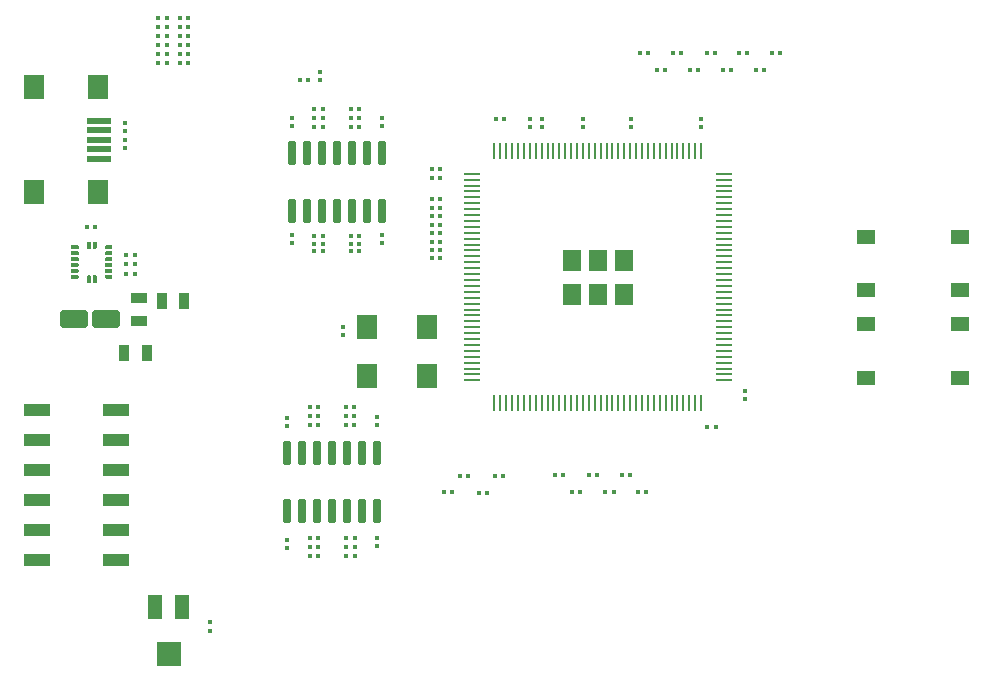
<source format=gbr>
%TF.GenerationSoftware,KiCad,Pcbnew,8.0.1*%
%TF.CreationDate,2024-05-02T11:18:55+05:30*%
%TF.ProjectId,MAX10eval,4d415831-3065-4766-916c-2e6b69636164,rev?*%
%TF.SameCoordinates,Original*%
%TF.FileFunction,Paste,Top*%
%TF.FilePolarity,Positive*%
%FSLAX46Y46*%
G04 Gerber Fmt 4.6, Leading zero omitted, Abs format (unit mm)*
G04 Created by KiCad (PCBNEW 8.0.1) date 2024-05-02 11:18:55*
%MOMM*%
%LPD*%
G01*
G04 APERTURE LIST*
G04 Aperture macros list*
%AMRoundRect*
0 Rectangle with rounded corners*
0 $1 Rounding radius*
0 $2 $3 $4 $5 $6 $7 $8 $9 X,Y pos of 4 corners*
0 Add a 4 corners polygon primitive as box body*
4,1,4,$2,$3,$4,$5,$6,$7,$8,$9,$2,$3,0*
0 Add four circle primitives for the rounded corners*
1,1,$1+$1,$2,$3*
1,1,$1+$1,$4,$5*
1,1,$1+$1,$6,$7*
1,1,$1+$1,$8,$9*
0 Add four rect primitives between the rounded corners*
20,1,$1+$1,$2,$3,$4,$5,0*
20,1,$1+$1,$4,$5,$6,$7,0*
20,1,$1+$1,$6,$7,$8,$9,0*
20,1,$1+$1,$8,$9,$2,$3,0*%
G04 Aperture macros list end*
%ADD10C,0.010000*%
%ADD11C,0.000100*%
%ADD12RoundRect,0.079500X0.079500X0.100500X-0.079500X0.100500X-0.079500X-0.100500X0.079500X-0.100500X0*%
%ADD13RoundRect,0.079500X-0.079500X-0.100500X0.079500X-0.100500X0.079500X0.100500X-0.079500X0.100500X0*%
%ADD14R,1.549400X1.295400*%
%ADD15RoundRect,0.079500X-0.100500X0.079500X-0.100500X-0.079500X0.100500X-0.079500X0.100500X0.079500X0*%
%ADD16RoundRect,0.079500X0.100500X-0.079500X0.100500X0.079500X-0.100500X0.079500X-0.100500X-0.079500X0*%
%ADD17RoundRect,0.090000X-0.210000X0.895000X-0.210000X-0.895000X0.210000X-0.895000X0.210000X0.895000X0*%
%ADD18R,1.800000X2.000000*%
%ADD19R,1.470000X0.280000*%
%ADD20R,0.280000X1.470000*%
%ADD21R,2.160000X1.120000*%
%ADD22RoundRect,0.250001X0.924999X0.499999X-0.924999X0.499999X-0.924999X-0.499999X0.924999X-0.499999X0*%
%ADD23R,0.920000X1.380000*%
%ADD24R,1.300000X2.000000*%
%ADD25R,2.000000X2.000000*%
%ADD26R,2.000000X0.500000*%
%ADD27R,1.700000X2.000000*%
%ADD28R,1.380000X0.920000*%
G04 APERTURE END LIST*
D10*
%TO.C,U2*%
X155758000Y-89905000D02*
X154298000Y-89905000D01*
X154298000Y-88205000D01*
X155758000Y-88205000D01*
X155758000Y-89905000D01*
G36*
X155758000Y-89905000D02*
G01*
X154298000Y-89905000D01*
X154298000Y-88205000D01*
X155758000Y-88205000D01*
X155758000Y-89905000D01*
G37*
X155758000Y-92715000D02*
X154298000Y-92715000D01*
X154298000Y-91015000D01*
X155758000Y-91015000D01*
X155758000Y-92715000D01*
G36*
X155758000Y-92715000D02*
G01*
X154298000Y-92715000D01*
X154298000Y-91015000D01*
X155758000Y-91015000D01*
X155758000Y-92715000D01*
G37*
X157958000Y-89905000D02*
X156498000Y-89905000D01*
X156498000Y-88205000D01*
X157958000Y-88205000D01*
X157958000Y-89905000D01*
G36*
X157958000Y-89905000D02*
G01*
X156498000Y-89905000D01*
X156498000Y-88205000D01*
X157958000Y-88205000D01*
X157958000Y-89905000D01*
G37*
X157958000Y-92715000D02*
X156498000Y-92715000D01*
X156498000Y-91015000D01*
X157958000Y-91015000D01*
X157958000Y-92715000D01*
G36*
X157958000Y-92715000D02*
G01*
X156498000Y-92715000D01*
X156498000Y-91015000D01*
X157958000Y-91015000D01*
X157958000Y-92715000D01*
G37*
X160158000Y-89905000D02*
X158698000Y-89905000D01*
X158698000Y-88205000D01*
X160158000Y-88205000D01*
X160158000Y-89905000D01*
G36*
X160158000Y-89905000D02*
G01*
X158698000Y-89905000D01*
X158698000Y-88205000D01*
X160158000Y-88205000D01*
X160158000Y-89905000D01*
G37*
X160158000Y-92715000D02*
X158698000Y-92715000D01*
X158698000Y-91015000D01*
X160158000Y-91015000D01*
X160158000Y-92715000D01*
G36*
X160158000Y-92715000D02*
G01*
X158698000Y-92715000D01*
X158698000Y-91015000D01*
X160158000Y-91015000D01*
X160158000Y-92715000D01*
G37*
D11*
%TO.C,U1*%
X113098500Y-87780000D02*
X113105500Y-87781000D01*
X113111500Y-87782000D01*
X113117500Y-87783000D01*
X113124500Y-87785000D01*
X113130500Y-87787000D01*
X113136500Y-87790000D01*
X113142500Y-87793000D01*
X113148500Y-87796000D01*
X113153500Y-87799000D01*
X113158500Y-87803000D01*
X113164500Y-87807000D01*
X113169500Y-87811000D01*
X113173500Y-87816000D01*
X113178500Y-87820000D01*
X113182500Y-87825000D01*
X113186500Y-87831000D01*
X113190500Y-87836000D01*
X113193500Y-87841000D01*
X113196500Y-87847000D01*
X113199500Y-87853000D01*
X113202500Y-87859000D01*
X113204500Y-87865000D01*
X113206500Y-87872000D01*
X113207500Y-87878000D01*
X113208500Y-87884000D01*
X113209500Y-87891000D01*
X113210500Y-87897000D01*
X113210500Y-87904000D01*
X113210500Y-87911000D01*
X113209500Y-87917000D01*
X113208500Y-87924000D01*
X113207500Y-87930000D01*
X113206500Y-87936000D01*
X113204500Y-87943000D01*
X113202500Y-87949000D01*
X113199500Y-87955000D01*
X113196500Y-87961000D01*
X113193500Y-87966000D01*
X113190500Y-87972000D01*
X113186500Y-87977000D01*
X113182500Y-87983000D01*
X113178500Y-87988000D01*
X113173500Y-87992000D01*
X113169500Y-87997000D01*
X113164500Y-88001000D01*
X113158500Y-88005000D01*
X113153500Y-88009000D01*
X113148500Y-88012000D01*
X113142500Y-88015000D01*
X113136500Y-88018000D01*
X113130500Y-88021000D01*
X113124500Y-88023000D01*
X113117500Y-88025000D01*
X113111500Y-88026000D01*
X113105500Y-88027000D01*
X113098500Y-88028000D01*
X113092500Y-88029000D01*
X113085500Y-88029000D01*
X112660500Y-88029000D01*
X112660500Y-87779000D01*
X113085500Y-87779000D01*
X113092500Y-87779000D01*
X113098500Y-87780000D01*
G36*
X113098500Y-87780000D02*
G01*
X113105500Y-87781000D01*
X113111500Y-87782000D01*
X113117500Y-87783000D01*
X113124500Y-87785000D01*
X113130500Y-87787000D01*
X113136500Y-87790000D01*
X113142500Y-87793000D01*
X113148500Y-87796000D01*
X113153500Y-87799000D01*
X113158500Y-87803000D01*
X113164500Y-87807000D01*
X113169500Y-87811000D01*
X113173500Y-87816000D01*
X113178500Y-87820000D01*
X113182500Y-87825000D01*
X113186500Y-87831000D01*
X113190500Y-87836000D01*
X113193500Y-87841000D01*
X113196500Y-87847000D01*
X113199500Y-87853000D01*
X113202500Y-87859000D01*
X113204500Y-87865000D01*
X113206500Y-87872000D01*
X113207500Y-87878000D01*
X113208500Y-87884000D01*
X113209500Y-87891000D01*
X113210500Y-87897000D01*
X113210500Y-87904000D01*
X113210500Y-87911000D01*
X113209500Y-87917000D01*
X113208500Y-87924000D01*
X113207500Y-87930000D01*
X113206500Y-87936000D01*
X113204500Y-87943000D01*
X113202500Y-87949000D01*
X113199500Y-87955000D01*
X113196500Y-87961000D01*
X113193500Y-87966000D01*
X113190500Y-87972000D01*
X113186500Y-87977000D01*
X113182500Y-87983000D01*
X113178500Y-87988000D01*
X113173500Y-87992000D01*
X113169500Y-87997000D01*
X113164500Y-88001000D01*
X113158500Y-88005000D01*
X113153500Y-88009000D01*
X113148500Y-88012000D01*
X113142500Y-88015000D01*
X113136500Y-88018000D01*
X113130500Y-88021000D01*
X113124500Y-88023000D01*
X113117500Y-88025000D01*
X113111500Y-88026000D01*
X113105500Y-88027000D01*
X113098500Y-88028000D01*
X113092500Y-88029000D01*
X113085500Y-88029000D01*
X112660500Y-88029000D01*
X112660500Y-87779000D01*
X113085500Y-87779000D01*
X113092500Y-87779000D01*
X113098500Y-87780000D01*
G37*
X113098500Y-88280000D02*
X113105500Y-88281000D01*
X113111500Y-88282000D01*
X113117500Y-88283000D01*
X113124500Y-88285000D01*
X113130500Y-88287000D01*
X113136500Y-88290000D01*
X113142500Y-88293000D01*
X113148500Y-88296000D01*
X113153500Y-88299000D01*
X113158500Y-88303000D01*
X113164500Y-88307000D01*
X113169500Y-88311000D01*
X113173500Y-88316000D01*
X113178500Y-88320000D01*
X113182500Y-88325000D01*
X113186500Y-88331000D01*
X113190500Y-88336000D01*
X113193500Y-88341000D01*
X113196500Y-88347000D01*
X113199500Y-88353000D01*
X113202500Y-88359000D01*
X113204500Y-88365000D01*
X113206500Y-88372000D01*
X113207500Y-88378000D01*
X113208500Y-88384000D01*
X113209500Y-88391000D01*
X113210500Y-88397000D01*
X113210500Y-88404000D01*
X113210500Y-88411000D01*
X113209500Y-88417000D01*
X113208500Y-88424000D01*
X113207500Y-88430000D01*
X113206500Y-88436000D01*
X113204500Y-88443000D01*
X113202500Y-88449000D01*
X113199500Y-88455000D01*
X113196500Y-88461000D01*
X113193500Y-88466000D01*
X113190500Y-88472000D01*
X113186500Y-88477000D01*
X113182500Y-88483000D01*
X113178500Y-88488000D01*
X113173500Y-88492000D01*
X113169500Y-88497000D01*
X113164500Y-88501000D01*
X113158500Y-88505000D01*
X113153500Y-88509000D01*
X113148500Y-88512000D01*
X113142500Y-88515000D01*
X113136500Y-88518000D01*
X113130500Y-88521000D01*
X113124500Y-88523000D01*
X113117500Y-88525000D01*
X113111500Y-88526000D01*
X113105500Y-88527000D01*
X113098500Y-88528000D01*
X113092500Y-88529000D01*
X113085500Y-88529000D01*
X112660500Y-88529000D01*
X112660500Y-88279000D01*
X113085500Y-88279000D01*
X113092500Y-88279000D01*
X113098500Y-88280000D01*
G36*
X113098500Y-88280000D02*
G01*
X113105500Y-88281000D01*
X113111500Y-88282000D01*
X113117500Y-88283000D01*
X113124500Y-88285000D01*
X113130500Y-88287000D01*
X113136500Y-88290000D01*
X113142500Y-88293000D01*
X113148500Y-88296000D01*
X113153500Y-88299000D01*
X113158500Y-88303000D01*
X113164500Y-88307000D01*
X113169500Y-88311000D01*
X113173500Y-88316000D01*
X113178500Y-88320000D01*
X113182500Y-88325000D01*
X113186500Y-88331000D01*
X113190500Y-88336000D01*
X113193500Y-88341000D01*
X113196500Y-88347000D01*
X113199500Y-88353000D01*
X113202500Y-88359000D01*
X113204500Y-88365000D01*
X113206500Y-88372000D01*
X113207500Y-88378000D01*
X113208500Y-88384000D01*
X113209500Y-88391000D01*
X113210500Y-88397000D01*
X113210500Y-88404000D01*
X113210500Y-88411000D01*
X113209500Y-88417000D01*
X113208500Y-88424000D01*
X113207500Y-88430000D01*
X113206500Y-88436000D01*
X113204500Y-88443000D01*
X113202500Y-88449000D01*
X113199500Y-88455000D01*
X113196500Y-88461000D01*
X113193500Y-88466000D01*
X113190500Y-88472000D01*
X113186500Y-88477000D01*
X113182500Y-88483000D01*
X113178500Y-88488000D01*
X113173500Y-88492000D01*
X113169500Y-88497000D01*
X113164500Y-88501000D01*
X113158500Y-88505000D01*
X113153500Y-88509000D01*
X113148500Y-88512000D01*
X113142500Y-88515000D01*
X113136500Y-88518000D01*
X113130500Y-88521000D01*
X113124500Y-88523000D01*
X113117500Y-88525000D01*
X113111500Y-88526000D01*
X113105500Y-88527000D01*
X113098500Y-88528000D01*
X113092500Y-88529000D01*
X113085500Y-88529000D01*
X112660500Y-88529000D01*
X112660500Y-88279000D01*
X113085500Y-88279000D01*
X113092500Y-88279000D01*
X113098500Y-88280000D01*
G37*
X113098500Y-88780000D02*
X113105500Y-88781000D01*
X113111500Y-88782000D01*
X113117500Y-88783000D01*
X113124500Y-88785000D01*
X113130500Y-88787000D01*
X113136500Y-88790000D01*
X113142500Y-88793000D01*
X113148500Y-88796000D01*
X113153500Y-88799000D01*
X113158500Y-88803000D01*
X113164500Y-88807000D01*
X113169500Y-88811000D01*
X113173500Y-88816000D01*
X113178500Y-88820000D01*
X113182500Y-88825000D01*
X113186500Y-88831000D01*
X113190500Y-88836000D01*
X113193500Y-88841000D01*
X113196500Y-88847000D01*
X113199500Y-88853000D01*
X113202500Y-88859000D01*
X113204500Y-88865000D01*
X113206500Y-88872000D01*
X113207500Y-88878000D01*
X113208500Y-88884000D01*
X113209500Y-88891000D01*
X113210500Y-88897000D01*
X113210500Y-88904000D01*
X113210500Y-88911000D01*
X113209500Y-88917000D01*
X113208500Y-88924000D01*
X113207500Y-88930000D01*
X113206500Y-88936000D01*
X113204500Y-88943000D01*
X113202500Y-88949000D01*
X113199500Y-88955000D01*
X113196500Y-88961000D01*
X113193500Y-88966000D01*
X113190500Y-88972000D01*
X113186500Y-88977000D01*
X113182500Y-88983000D01*
X113178500Y-88988000D01*
X113173500Y-88992000D01*
X113169500Y-88997000D01*
X113164500Y-89001000D01*
X113158500Y-89005000D01*
X113153500Y-89009000D01*
X113148500Y-89012000D01*
X113142500Y-89015000D01*
X113136500Y-89018000D01*
X113130500Y-89021000D01*
X113124500Y-89023000D01*
X113117500Y-89025000D01*
X113111500Y-89026000D01*
X113105500Y-89027000D01*
X113098500Y-89028000D01*
X113092500Y-89029000D01*
X113085500Y-89029000D01*
X112660500Y-89029000D01*
X112660500Y-88779000D01*
X113085500Y-88779000D01*
X113092500Y-88779000D01*
X113098500Y-88780000D01*
G36*
X113098500Y-88780000D02*
G01*
X113105500Y-88781000D01*
X113111500Y-88782000D01*
X113117500Y-88783000D01*
X113124500Y-88785000D01*
X113130500Y-88787000D01*
X113136500Y-88790000D01*
X113142500Y-88793000D01*
X113148500Y-88796000D01*
X113153500Y-88799000D01*
X113158500Y-88803000D01*
X113164500Y-88807000D01*
X113169500Y-88811000D01*
X113173500Y-88816000D01*
X113178500Y-88820000D01*
X113182500Y-88825000D01*
X113186500Y-88831000D01*
X113190500Y-88836000D01*
X113193500Y-88841000D01*
X113196500Y-88847000D01*
X113199500Y-88853000D01*
X113202500Y-88859000D01*
X113204500Y-88865000D01*
X113206500Y-88872000D01*
X113207500Y-88878000D01*
X113208500Y-88884000D01*
X113209500Y-88891000D01*
X113210500Y-88897000D01*
X113210500Y-88904000D01*
X113210500Y-88911000D01*
X113209500Y-88917000D01*
X113208500Y-88924000D01*
X113207500Y-88930000D01*
X113206500Y-88936000D01*
X113204500Y-88943000D01*
X113202500Y-88949000D01*
X113199500Y-88955000D01*
X113196500Y-88961000D01*
X113193500Y-88966000D01*
X113190500Y-88972000D01*
X113186500Y-88977000D01*
X113182500Y-88983000D01*
X113178500Y-88988000D01*
X113173500Y-88992000D01*
X113169500Y-88997000D01*
X113164500Y-89001000D01*
X113158500Y-89005000D01*
X113153500Y-89009000D01*
X113148500Y-89012000D01*
X113142500Y-89015000D01*
X113136500Y-89018000D01*
X113130500Y-89021000D01*
X113124500Y-89023000D01*
X113117500Y-89025000D01*
X113111500Y-89026000D01*
X113105500Y-89027000D01*
X113098500Y-89028000D01*
X113092500Y-89029000D01*
X113085500Y-89029000D01*
X112660500Y-89029000D01*
X112660500Y-88779000D01*
X113085500Y-88779000D01*
X113092500Y-88779000D01*
X113098500Y-88780000D01*
G37*
X113098500Y-89280000D02*
X113105500Y-89281000D01*
X113111500Y-89282000D01*
X113117500Y-89283000D01*
X113124500Y-89285000D01*
X113130500Y-89287000D01*
X113136500Y-89290000D01*
X113142500Y-89293000D01*
X113148500Y-89296000D01*
X113153500Y-89299000D01*
X113158500Y-89303000D01*
X113164500Y-89307000D01*
X113169500Y-89311000D01*
X113173500Y-89316000D01*
X113178500Y-89320000D01*
X113182500Y-89325000D01*
X113186500Y-89331000D01*
X113190500Y-89336000D01*
X113193500Y-89342000D01*
X113196500Y-89347000D01*
X113199500Y-89353000D01*
X113202500Y-89359000D01*
X113204500Y-89365000D01*
X113206500Y-89372000D01*
X113207500Y-89378000D01*
X113208500Y-89384000D01*
X113209500Y-89391000D01*
X113210500Y-89397000D01*
X113210500Y-89404000D01*
X113210500Y-89411000D01*
X113209500Y-89417000D01*
X113208500Y-89424000D01*
X113207500Y-89430000D01*
X113206500Y-89436000D01*
X113204500Y-89443000D01*
X113202500Y-89449000D01*
X113199500Y-89455000D01*
X113196500Y-89461000D01*
X113193500Y-89467000D01*
X113190500Y-89472000D01*
X113186500Y-89477000D01*
X113182500Y-89483000D01*
X113178500Y-89488000D01*
X113173500Y-89492000D01*
X113169500Y-89497000D01*
X113164500Y-89501000D01*
X113158500Y-89505000D01*
X113153500Y-89509000D01*
X113148500Y-89512000D01*
X113142500Y-89515000D01*
X113136500Y-89518000D01*
X113130500Y-89521000D01*
X113124500Y-89523000D01*
X113117500Y-89525000D01*
X113111500Y-89526000D01*
X113105500Y-89527000D01*
X113098500Y-89528000D01*
X113092500Y-89529000D01*
X113085500Y-89529000D01*
X112660500Y-89529000D01*
X112660500Y-89279000D01*
X113085500Y-89279000D01*
X113092500Y-89279000D01*
X113098500Y-89280000D01*
G36*
X113098500Y-89280000D02*
G01*
X113105500Y-89281000D01*
X113111500Y-89282000D01*
X113117500Y-89283000D01*
X113124500Y-89285000D01*
X113130500Y-89287000D01*
X113136500Y-89290000D01*
X113142500Y-89293000D01*
X113148500Y-89296000D01*
X113153500Y-89299000D01*
X113158500Y-89303000D01*
X113164500Y-89307000D01*
X113169500Y-89311000D01*
X113173500Y-89316000D01*
X113178500Y-89320000D01*
X113182500Y-89325000D01*
X113186500Y-89331000D01*
X113190500Y-89336000D01*
X113193500Y-89342000D01*
X113196500Y-89347000D01*
X113199500Y-89353000D01*
X113202500Y-89359000D01*
X113204500Y-89365000D01*
X113206500Y-89372000D01*
X113207500Y-89378000D01*
X113208500Y-89384000D01*
X113209500Y-89391000D01*
X113210500Y-89397000D01*
X113210500Y-89404000D01*
X113210500Y-89411000D01*
X113209500Y-89417000D01*
X113208500Y-89424000D01*
X113207500Y-89430000D01*
X113206500Y-89436000D01*
X113204500Y-89443000D01*
X113202500Y-89449000D01*
X113199500Y-89455000D01*
X113196500Y-89461000D01*
X113193500Y-89467000D01*
X113190500Y-89472000D01*
X113186500Y-89477000D01*
X113182500Y-89483000D01*
X113178500Y-89488000D01*
X113173500Y-89492000D01*
X113169500Y-89497000D01*
X113164500Y-89501000D01*
X113158500Y-89505000D01*
X113153500Y-89509000D01*
X113148500Y-89512000D01*
X113142500Y-89515000D01*
X113136500Y-89518000D01*
X113130500Y-89521000D01*
X113124500Y-89523000D01*
X113117500Y-89525000D01*
X113111500Y-89526000D01*
X113105500Y-89527000D01*
X113098500Y-89528000D01*
X113092500Y-89529000D01*
X113085500Y-89529000D01*
X112660500Y-89529000D01*
X112660500Y-89279000D01*
X113085500Y-89279000D01*
X113092500Y-89279000D01*
X113098500Y-89280000D01*
G37*
X113098500Y-89780000D02*
X113105500Y-89781000D01*
X113111500Y-89782000D01*
X113117500Y-89783000D01*
X113124500Y-89785000D01*
X113130500Y-89787000D01*
X113136500Y-89790000D01*
X113142500Y-89793000D01*
X113148500Y-89796000D01*
X113153500Y-89799000D01*
X113158500Y-89803000D01*
X113164500Y-89807000D01*
X113169500Y-89811000D01*
X113173500Y-89816000D01*
X113178500Y-89820000D01*
X113182500Y-89825000D01*
X113186500Y-89831000D01*
X113190500Y-89836000D01*
X113193500Y-89842000D01*
X113196500Y-89847000D01*
X113199500Y-89853000D01*
X113202500Y-89859000D01*
X113204500Y-89865000D01*
X113206500Y-89872000D01*
X113207500Y-89878000D01*
X113208500Y-89884000D01*
X113209500Y-89891000D01*
X113210500Y-89897000D01*
X113210500Y-89904000D01*
X113210500Y-89911000D01*
X113209500Y-89917000D01*
X113208500Y-89924000D01*
X113207500Y-89930000D01*
X113206500Y-89936000D01*
X113204500Y-89943000D01*
X113202500Y-89949000D01*
X113199500Y-89955000D01*
X113196500Y-89961000D01*
X113193500Y-89967000D01*
X113190500Y-89972000D01*
X113186500Y-89977000D01*
X113182500Y-89983000D01*
X113178500Y-89988000D01*
X113173500Y-89992000D01*
X113169500Y-89997000D01*
X113164500Y-90001000D01*
X113158500Y-90005000D01*
X113153500Y-90009000D01*
X113148500Y-90012000D01*
X113142500Y-90015000D01*
X113136500Y-90018000D01*
X113130500Y-90021000D01*
X113124500Y-90023000D01*
X113117500Y-90025000D01*
X113111500Y-90026000D01*
X113105500Y-90027000D01*
X113098500Y-90028000D01*
X113092500Y-90029000D01*
X113085500Y-90029000D01*
X112660500Y-90029000D01*
X112660500Y-89779000D01*
X113085500Y-89779000D01*
X113092500Y-89779000D01*
X113098500Y-89780000D01*
G36*
X113098500Y-89780000D02*
G01*
X113105500Y-89781000D01*
X113111500Y-89782000D01*
X113117500Y-89783000D01*
X113124500Y-89785000D01*
X113130500Y-89787000D01*
X113136500Y-89790000D01*
X113142500Y-89793000D01*
X113148500Y-89796000D01*
X113153500Y-89799000D01*
X113158500Y-89803000D01*
X113164500Y-89807000D01*
X113169500Y-89811000D01*
X113173500Y-89816000D01*
X113178500Y-89820000D01*
X113182500Y-89825000D01*
X113186500Y-89831000D01*
X113190500Y-89836000D01*
X113193500Y-89842000D01*
X113196500Y-89847000D01*
X113199500Y-89853000D01*
X113202500Y-89859000D01*
X113204500Y-89865000D01*
X113206500Y-89872000D01*
X113207500Y-89878000D01*
X113208500Y-89884000D01*
X113209500Y-89891000D01*
X113210500Y-89897000D01*
X113210500Y-89904000D01*
X113210500Y-89911000D01*
X113209500Y-89917000D01*
X113208500Y-89924000D01*
X113207500Y-89930000D01*
X113206500Y-89936000D01*
X113204500Y-89943000D01*
X113202500Y-89949000D01*
X113199500Y-89955000D01*
X113196500Y-89961000D01*
X113193500Y-89967000D01*
X113190500Y-89972000D01*
X113186500Y-89977000D01*
X113182500Y-89983000D01*
X113178500Y-89988000D01*
X113173500Y-89992000D01*
X113169500Y-89997000D01*
X113164500Y-90001000D01*
X113158500Y-90005000D01*
X113153500Y-90009000D01*
X113148500Y-90012000D01*
X113142500Y-90015000D01*
X113136500Y-90018000D01*
X113130500Y-90021000D01*
X113124500Y-90023000D01*
X113117500Y-90025000D01*
X113111500Y-90026000D01*
X113105500Y-90027000D01*
X113098500Y-90028000D01*
X113092500Y-90029000D01*
X113085500Y-90029000D01*
X112660500Y-90029000D01*
X112660500Y-89779000D01*
X113085500Y-89779000D01*
X113092500Y-89779000D01*
X113098500Y-89780000D01*
G37*
X113098500Y-90280000D02*
X113105500Y-90281000D01*
X113111500Y-90282000D01*
X113117500Y-90283000D01*
X113124500Y-90285000D01*
X113130500Y-90287000D01*
X113136500Y-90290000D01*
X113142500Y-90293000D01*
X113148500Y-90296000D01*
X113153500Y-90299000D01*
X113158500Y-90303000D01*
X113164500Y-90307000D01*
X113169500Y-90311000D01*
X113173500Y-90316000D01*
X113178500Y-90320000D01*
X113182500Y-90325000D01*
X113186500Y-90331000D01*
X113190500Y-90336000D01*
X113193500Y-90342000D01*
X113196500Y-90347000D01*
X113199500Y-90353000D01*
X113202500Y-90359000D01*
X113204500Y-90365000D01*
X113206500Y-90372000D01*
X113207500Y-90378000D01*
X113208500Y-90384000D01*
X113209500Y-90391000D01*
X113210500Y-90397000D01*
X113210500Y-90404000D01*
X113210500Y-90411000D01*
X113209500Y-90417000D01*
X113208500Y-90424000D01*
X113207500Y-90430000D01*
X113206500Y-90436000D01*
X113204500Y-90443000D01*
X113202500Y-90449000D01*
X113199500Y-90455000D01*
X113196500Y-90461000D01*
X113193500Y-90467000D01*
X113190500Y-90472000D01*
X113186500Y-90477000D01*
X113182500Y-90483000D01*
X113178500Y-90488000D01*
X113173500Y-90492000D01*
X113169500Y-90497000D01*
X113164500Y-90501000D01*
X113158500Y-90505000D01*
X113153500Y-90509000D01*
X113148500Y-90512000D01*
X113142500Y-90515000D01*
X113136500Y-90518000D01*
X113130500Y-90521000D01*
X113124500Y-90523000D01*
X113117500Y-90525000D01*
X113111500Y-90526000D01*
X113105500Y-90527000D01*
X113098500Y-90528000D01*
X113092500Y-90529000D01*
X113085500Y-90529000D01*
X112660500Y-90529000D01*
X112660500Y-90279000D01*
X113085500Y-90279000D01*
X113092500Y-90279000D01*
X113098500Y-90280000D01*
G36*
X113098500Y-90280000D02*
G01*
X113105500Y-90281000D01*
X113111500Y-90282000D01*
X113117500Y-90283000D01*
X113124500Y-90285000D01*
X113130500Y-90287000D01*
X113136500Y-90290000D01*
X113142500Y-90293000D01*
X113148500Y-90296000D01*
X113153500Y-90299000D01*
X113158500Y-90303000D01*
X113164500Y-90307000D01*
X113169500Y-90311000D01*
X113173500Y-90316000D01*
X113178500Y-90320000D01*
X113182500Y-90325000D01*
X113186500Y-90331000D01*
X113190500Y-90336000D01*
X113193500Y-90342000D01*
X113196500Y-90347000D01*
X113199500Y-90353000D01*
X113202500Y-90359000D01*
X113204500Y-90365000D01*
X113206500Y-90372000D01*
X113207500Y-90378000D01*
X113208500Y-90384000D01*
X113209500Y-90391000D01*
X113210500Y-90397000D01*
X113210500Y-90404000D01*
X113210500Y-90411000D01*
X113209500Y-90417000D01*
X113208500Y-90424000D01*
X113207500Y-90430000D01*
X113206500Y-90436000D01*
X113204500Y-90443000D01*
X113202500Y-90449000D01*
X113199500Y-90455000D01*
X113196500Y-90461000D01*
X113193500Y-90467000D01*
X113190500Y-90472000D01*
X113186500Y-90477000D01*
X113182500Y-90483000D01*
X113178500Y-90488000D01*
X113173500Y-90492000D01*
X113169500Y-90497000D01*
X113164500Y-90501000D01*
X113158500Y-90505000D01*
X113153500Y-90509000D01*
X113148500Y-90512000D01*
X113142500Y-90515000D01*
X113136500Y-90518000D01*
X113130500Y-90521000D01*
X113124500Y-90523000D01*
X113117500Y-90525000D01*
X113111500Y-90526000D01*
X113105500Y-90527000D01*
X113098500Y-90528000D01*
X113092500Y-90529000D01*
X113085500Y-90529000D01*
X112660500Y-90529000D01*
X112660500Y-90279000D01*
X113085500Y-90279000D01*
X113092500Y-90279000D01*
X113098500Y-90280000D01*
G37*
X114123500Y-90305000D02*
X114130500Y-90306000D01*
X114136500Y-90307000D01*
X114142500Y-90308000D01*
X114149500Y-90310000D01*
X114155500Y-90312000D01*
X114161500Y-90315000D01*
X114167500Y-90318000D01*
X114173500Y-90321000D01*
X114178500Y-90324000D01*
X114183500Y-90328000D01*
X114189500Y-90332000D01*
X114194500Y-90336000D01*
X114198500Y-90341000D01*
X114203500Y-90345000D01*
X114207500Y-90350000D01*
X114211500Y-90356000D01*
X114215500Y-90361000D01*
X114218500Y-90366000D01*
X114221500Y-90372000D01*
X114224500Y-90378000D01*
X114227500Y-90384000D01*
X114229500Y-90390000D01*
X114231500Y-90397000D01*
X114232500Y-90403000D01*
X114233500Y-90409000D01*
X114234500Y-90416000D01*
X114235500Y-90422000D01*
X114235500Y-90429000D01*
X114235500Y-90854000D01*
X113985500Y-90854000D01*
X113985500Y-90429000D01*
X113985500Y-90422000D01*
X113986500Y-90416000D01*
X113987500Y-90409000D01*
X113988500Y-90403000D01*
X113989500Y-90397000D01*
X113991500Y-90390000D01*
X113993500Y-90384000D01*
X113996500Y-90378000D01*
X113999500Y-90372000D01*
X114002500Y-90366000D01*
X114005500Y-90361000D01*
X114009500Y-90356000D01*
X114013500Y-90350000D01*
X114017500Y-90345000D01*
X114022500Y-90341000D01*
X114026500Y-90336000D01*
X114031500Y-90332000D01*
X114037500Y-90328000D01*
X114042500Y-90324000D01*
X114047500Y-90321000D01*
X114053500Y-90318000D01*
X114059500Y-90315000D01*
X114065500Y-90312000D01*
X114071500Y-90310000D01*
X114078500Y-90308000D01*
X114084500Y-90307000D01*
X114090500Y-90306000D01*
X114097500Y-90305000D01*
X114103500Y-90304000D01*
X114110500Y-90304000D01*
X114117500Y-90304000D01*
X114123500Y-90305000D01*
G36*
X114123500Y-90305000D02*
G01*
X114130500Y-90306000D01*
X114136500Y-90307000D01*
X114142500Y-90308000D01*
X114149500Y-90310000D01*
X114155500Y-90312000D01*
X114161500Y-90315000D01*
X114167500Y-90318000D01*
X114173500Y-90321000D01*
X114178500Y-90324000D01*
X114183500Y-90328000D01*
X114189500Y-90332000D01*
X114194500Y-90336000D01*
X114198500Y-90341000D01*
X114203500Y-90345000D01*
X114207500Y-90350000D01*
X114211500Y-90356000D01*
X114215500Y-90361000D01*
X114218500Y-90366000D01*
X114221500Y-90372000D01*
X114224500Y-90378000D01*
X114227500Y-90384000D01*
X114229500Y-90390000D01*
X114231500Y-90397000D01*
X114232500Y-90403000D01*
X114233500Y-90409000D01*
X114234500Y-90416000D01*
X114235500Y-90422000D01*
X114235500Y-90429000D01*
X114235500Y-90854000D01*
X113985500Y-90854000D01*
X113985500Y-90429000D01*
X113985500Y-90422000D01*
X113986500Y-90416000D01*
X113987500Y-90409000D01*
X113988500Y-90403000D01*
X113989500Y-90397000D01*
X113991500Y-90390000D01*
X113993500Y-90384000D01*
X113996500Y-90378000D01*
X113999500Y-90372000D01*
X114002500Y-90366000D01*
X114005500Y-90361000D01*
X114009500Y-90356000D01*
X114013500Y-90350000D01*
X114017500Y-90345000D01*
X114022500Y-90341000D01*
X114026500Y-90336000D01*
X114031500Y-90332000D01*
X114037500Y-90328000D01*
X114042500Y-90324000D01*
X114047500Y-90321000D01*
X114053500Y-90318000D01*
X114059500Y-90315000D01*
X114065500Y-90312000D01*
X114071500Y-90310000D01*
X114078500Y-90308000D01*
X114084500Y-90307000D01*
X114090500Y-90306000D01*
X114097500Y-90305000D01*
X114103500Y-90304000D01*
X114110500Y-90304000D01*
X114117500Y-90304000D01*
X114123500Y-90305000D01*
G37*
X114235500Y-87879000D02*
X114235500Y-87886000D01*
X114234500Y-87892000D01*
X114233500Y-87899000D01*
X114232500Y-87905000D01*
X114231500Y-87911000D01*
X114229500Y-87918000D01*
X114227500Y-87924000D01*
X114224500Y-87930000D01*
X114221500Y-87936000D01*
X114218500Y-87942000D01*
X114215500Y-87947000D01*
X114211500Y-87952000D01*
X114207500Y-87958000D01*
X114203500Y-87963000D01*
X114198500Y-87967000D01*
X114194500Y-87972000D01*
X114189500Y-87976000D01*
X114183500Y-87980000D01*
X114178500Y-87984000D01*
X114173500Y-87987000D01*
X114167500Y-87990000D01*
X114161500Y-87993000D01*
X114155500Y-87996000D01*
X114149500Y-87998000D01*
X114142500Y-88000000D01*
X114136500Y-88001000D01*
X114130500Y-88002000D01*
X114123500Y-88003000D01*
X114117500Y-88004000D01*
X114110500Y-88004000D01*
X114103500Y-88004000D01*
X114097500Y-88003000D01*
X114090500Y-88002000D01*
X114084500Y-88001000D01*
X114078500Y-88000000D01*
X114071500Y-87998000D01*
X114065500Y-87996000D01*
X114059500Y-87993000D01*
X114053500Y-87990000D01*
X114047500Y-87987000D01*
X114042500Y-87984000D01*
X114037500Y-87980000D01*
X114031500Y-87976000D01*
X114026500Y-87972000D01*
X114022500Y-87967000D01*
X114017500Y-87963000D01*
X114013500Y-87958000D01*
X114009500Y-87952000D01*
X114005500Y-87947000D01*
X114002500Y-87942000D01*
X113999500Y-87936000D01*
X113996500Y-87930000D01*
X113993500Y-87924000D01*
X113991500Y-87918000D01*
X113989500Y-87911000D01*
X113988500Y-87905000D01*
X113987500Y-87899000D01*
X113986500Y-87892000D01*
X113985500Y-87886000D01*
X113985500Y-87879000D01*
X113985500Y-87454000D01*
X114235500Y-87454000D01*
X114235500Y-87879000D01*
G36*
X114235500Y-87879000D02*
G01*
X114235500Y-87886000D01*
X114234500Y-87892000D01*
X114233500Y-87899000D01*
X114232500Y-87905000D01*
X114231500Y-87911000D01*
X114229500Y-87918000D01*
X114227500Y-87924000D01*
X114224500Y-87930000D01*
X114221500Y-87936000D01*
X114218500Y-87942000D01*
X114215500Y-87947000D01*
X114211500Y-87952000D01*
X114207500Y-87958000D01*
X114203500Y-87963000D01*
X114198500Y-87967000D01*
X114194500Y-87972000D01*
X114189500Y-87976000D01*
X114183500Y-87980000D01*
X114178500Y-87984000D01*
X114173500Y-87987000D01*
X114167500Y-87990000D01*
X114161500Y-87993000D01*
X114155500Y-87996000D01*
X114149500Y-87998000D01*
X114142500Y-88000000D01*
X114136500Y-88001000D01*
X114130500Y-88002000D01*
X114123500Y-88003000D01*
X114117500Y-88004000D01*
X114110500Y-88004000D01*
X114103500Y-88004000D01*
X114097500Y-88003000D01*
X114090500Y-88002000D01*
X114084500Y-88001000D01*
X114078500Y-88000000D01*
X114071500Y-87998000D01*
X114065500Y-87996000D01*
X114059500Y-87993000D01*
X114053500Y-87990000D01*
X114047500Y-87987000D01*
X114042500Y-87984000D01*
X114037500Y-87980000D01*
X114031500Y-87976000D01*
X114026500Y-87972000D01*
X114022500Y-87967000D01*
X114017500Y-87963000D01*
X114013500Y-87958000D01*
X114009500Y-87952000D01*
X114005500Y-87947000D01*
X114002500Y-87942000D01*
X113999500Y-87936000D01*
X113996500Y-87930000D01*
X113993500Y-87924000D01*
X113991500Y-87918000D01*
X113989500Y-87911000D01*
X113988500Y-87905000D01*
X113987500Y-87899000D01*
X113986500Y-87892000D01*
X113985500Y-87886000D01*
X113985500Y-87879000D01*
X113985500Y-87454000D01*
X114235500Y-87454000D01*
X114235500Y-87879000D01*
G37*
X114623500Y-90305000D02*
X114630500Y-90306000D01*
X114636500Y-90307000D01*
X114642500Y-90308000D01*
X114649500Y-90310000D01*
X114655500Y-90312000D01*
X114661500Y-90315000D01*
X114667500Y-90318000D01*
X114673500Y-90321000D01*
X114678500Y-90324000D01*
X114683500Y-90328000D01*
X114689500Y-90332000D01*
X114694500Y-90336000D01*
X114698500Y-90341000D01*
X114703500Y-90345000D01*
X114707500Y-90350000D01*
X114711500Y-90356000D01*
X114715500Y-90361000D01*
X114718500Y-90366000D01*
X114721500Y-90372000D01*
X114724500Y-90378000D01*
X114727500Y-90384000D01*
X114729500Y-90390000D01*
X114731500Y-90397000D01*
X114732500Y-90403000D01*
X114733500Y-90409000D01*
X114734500Y-90416000D01*
X114735500Y-90422000D01*
X114735500Y-90429000D01*
X114735500Y-90854000D01*
X114485500Y-90854000D01*
X114485500Y-90429000D01*
X114485500Y-90422000D01*
X114486500Y-90416000D01*
X114487500Y-90409000D01*
X114488500Y-90403000D01*
X114489500Y-90397000D01*
X114491500Y-90390000D01*
X114493500Y-90384000D01*
X114496500Y-90378000D01*
X114499500Y-90372000D01*
X114502500Y-90366000D01*
X114505500Y-90361000D01*
X114509500Y-90356000D01*
X114513500Y-90350000D01*
X114517500Y-90345000D01*
X114522500Y-90341000D01*
X114526500Y-90336000D01*
X114531500Y-90332000D01*
X114537500Y-90328000D01*
X114542500Y-90324000D01*
X114548500Y-90321000D01*
X114553500Y-90318000D01*
X114559500Y-90315000D01*
X114565500Y-90312000D01*
X114571500Y-90310000D01*
X114578500Y-90308000D01*
X114584500Y-90307000D01*
X114590500Y-90306000D01*
X114597500Y-90305000D01*
X114603500Y-90304000D01*
X114610500Y-90304000D01*
X114617500Y-90304000D01*
X114623500Y-90305000D01*
G36*
X114623500Y-90305000D02*
G01*
X114630500Y-90306000D01*
X114636500Y-90307000D01*
X114642500Y-90308000D01*
X114649500Y-90310000D01*
X114655500Y-90312000D01*
X114661500Y-90315000D01*
X114667500Y-90318000D01*
X114673500Y-90321000D01*
X114678500Y-90324000D01*
X114683500Y-90328000D01*
X114689500Y-90332000D01*
X114694500Y-90336000D01*
X114698500Y-90341000D01*
X114703500Y-90345000D01*
X114707500Y-90350000D01*
X114711500Y-90356000D01*
X114715500Y-90361000D01*
X114718500Y-90366000D01*
X114721500Y-90372000D01*
X114724500Y-90378000D01*
X114727500Y-90384000D01*
X114729500Y-90390000D01*
X114731500Y-90397000D01*
X114732500Y-90403000D01*
X114733500Y-90409000D01*
X114734500Y-90416000D01*
X114735500Y-90422000D01*
X114735500Y-90429000D01*
X114735500Y-90854000D01*
X114485500Y-90854000D01*
X114485500Y-90429000D01*
X114485500Y-90422000D01*
X114486500Y-90416000D01*
X114487500Y-90409000D01*
X114488500Y-90403000D01*
X114489500Y-90397000D01*
X114491500Y-90390000D01*
X114493500Y-90384000D01*
X114496500Y-90378000D01*
X114499500Y-90372000D01*
X114502500Y-90366000D01*
X114505500Y-90361000D01*
X114509500Y-90356000D01*
X114513500Y-90350000D01*
X114517500Y-90345000D01*
X114522500Y-90341000D01*
X114526500Y-90336000D01*
X114531500Y-90332000D01*
X114537500Y-90328000D01*
X114542500Y-90324000D01*
X114548500Y-90321000D01*
X114553500Y-90318000D01*
X114559500Y-90315000D01*
X114565500Y-90312000D01*
X114571500Y-90310000D01*
X114578500Y-90308000D01*
X114584500Y-90307000D01*
X114590500Y-90306000D01*
X114597500Y-90305000D01*
X114603500Y-90304000D01*
X114610500Y-90304000D01*
X114617500Y-90304000D01*
X114623500Y-90305000D01*
G37*
X114735500Y-87879000D02*
X114735500Y-87886000D01*
X114734500Y-87892000D01*
X114733500Y-87899000D01*
X114732500Y-87905000D01*
X114731500Y-87911000D01*
X114729500Y-87918000D01*
X114727500Y-87924000D01*
X114724500Y-87930000D01*
X114721500Y-87936000D01*
X114718500Y-87942000D01*
X114715500Y-87947000D01*
X114711500Y-87952000D01*
X114707500Y-87958000D01*
X114703500Y-87963000D01*
X114698500Y-87967000D01*
X114694500Y-87972000D01*
X114689500Y-87976000D01*
X114683500Y-87980000D01*
X114678500Y-87984000D01*
X114673500Y-87987000D01*
X114667500Y-87990000D01*
X114661500Y-87993000D01*
X114655500Y-87996000D01*
X114649500Y-87998000D01*
X114642500Y-88000000D01*
X114636500Y-88001000D01*
X114630500Y-88002000D01*
X114623500Y-88003000D01*
X114617500Y-88004000D01*
X114610500Y-88004000D01*
X114603500Y-88004000D01*
X114597500Y-88003000D01*
X114590500Y-88002000D01*
X114584500Y-88001000D01*
X114578500Y-88000000D01*
X114571500Y-87998000D01*
X114565500Y-87996000D01*
X114559500Y-87993000D01*
X114553500Y-87990000D01*
X114547500Y-87987000D01*
X114542500Y-87984000D01*
X114537500Y-87980000D01*
X114531500Y-87976000D01*
X114526500Y-87972000D01*
X114522500Y-87967000D01*
X114517500Y-87963000D01*
X114513500Y-87958000D01*
X114509500Y-87952000D01*
X114505500Y-87947000D01*
X114502500Y-87942000D01*
X114499500Y-87936000D01*
X114496500Y-87930000D01*
X114493500Y-87924000D01*
X114491500Y-87918000D01*
X114489500Y-87911000D01*
X114488500Y-87905000D01*
X114487500Y-87899000D01*
X114486500Y-87892000D01*
X114485500Y-87886000D01*
X114485500Y-87879000D01*
X114485500Y-87454000D01*
X114735500Y-87454000D01*
X114735500Y-87879000D01*
G36*
X114735500Y-87879000D02*
G01*
X114735500Y-87886000D01*
X114734500Y-87892000D01*
X114733500Y-87899000D01*
X114732500Y-87905000D01*
X114731500Y-87911000D01*
X114729500Y-87918000D01*
X114727500Y-87924000D01*
X114724500Y-87930000D01*
X114721500Y-87936000D01*
X114718500Y-87942000D01*
X114715500Y-87947000D01*
X114711500Y-87952000D01*
X114707500Y-87958000D01*
X114703500Y-87963000D01*
X114698500Y-87967000D01*
X114694500Y-87972000D01*
X114689500Y-87976000D01*
X114683500Y-87980000D01*
X114678500Y-87984000D01*
X114673500Y-87987000D01*
X114667500Y-87990000D01*
X114661500Y-87993000D01*
X114655500Y-87996000D01*
X114649500Y-87998000D01*
X114642500Y-88000000D01*
X114636500Y-88001000D01*
X114630500Y-88002000D01*
X114623500Y-88003000D01*
X114617500Y-88004000D01*
X114610500Y-88004000D01*
X114603500Y-88004000D01*
X114597500Y-88003000D01*
X114590500Y-88002000D01*
X114584500Y-88001000D01*
X114578500Y-88000000D01*
X114571500Y-87998000D01*
X114565500Y-87996000D01*
X114559500Y-87993000D01*
X114553500Y-87990000D01*
X114547500Y-87987000D01*
X114542500Y-87984000D01*
X114537500Y-87980000D01*
X114531500Y-87976000D01*
X114526500Y-87972000D01*
X114522500Y-87967000D01*
X114517500Y-87963000D01*
X114513500Y-87958000D01*
X114509500Y-87952000D01*
X114505500Y-87947000D01*
X114502500Y-87942000D01*
X114499500Y-87936000D01*
X114496500Y-87930000D01*
X114493500Y-87924000D01*
X114491500Y-87918000D01*
X114489500Y-87911000D01*
X114488500Y-87905000D01*
X114487500Y-87899000D01*
X114486500Y-87892000D01*
X114485500Y-87886000D01*
X114485500Y-87879000D01*
X114485500Y-87454000D01*
X114735500Y-87454000D01*
X114735500Y-87879000D01*
G37*
X116060500Y-88029000D02*
X115635500Y-88029000D01*
X115628500Y-88029000D01*
X115622500Y-88028000D01*
X115615500Y-88027000D01*
X115609500Y-88026000D01*
X115603500Y-88025000D01*
X115596500Y-88023000D01*
X115590500Y-88021000D01*
X115584500Y-88018000D01*
X115578500Y-88015000D01*
X115572500Y-88012000D01*
X115567500Y-88009000D01*
X115562500Y-88005000D01*
X115556500Y-88001000D01*
X115551500Y-87997000D01*
X115547500Y-87992000D01*
X115542500Y-87988000D01*
X115538500Y-87983000D01*
X115534500Y-87977000D01*
X115530500Y-87972000D01*
X115527500Y-87966000D01*
X115524500Y-87961000D01*
X115521500Y-87955000D01*
X115518500Y-87949000D01*
X115516500Y-87943000D01*
X115514500Y-87936000D01*
X115513500Y-87930000D01*
X115512500Y-87924000D01*
X115511500Y-87917000D01*
X115510500Y-87911000D01*
X115510500Y-87904000D01*
X115510500Y-87897000D01*
X115511500Y-87891000D01*
X115512500Y-87884000D01*
X115513500Y-87878000D01*
X115514500Y-87872000D01*
X115516500Y-87865000D01*
X115518500Y-87859000D01*
X115521500Y-87853000D01*
X115524500Y-87847000D01*
X115527500Y-87841000D01*
X115530500Y-87836000D01*
X115534500Y-87831000D01*
X115538500Y-87825000D01*
X115542500Y-87820000D01*
X115547500Y-87816000D01*
X115551500Y-87811000D01*
X115556500Y-87807000D01*
X115562500Y-87803000D01*
X115567500Y-87799000D01*
X115572500Y-87796000D01*
X115578500Y-87793000D01*
X115584500Y-87790000D01*
X115590500Y-87787000D01*
X115596500Y-87785000D01*
X115603500Y-87783000D01*
X115609500Y-87782000D01*
X115615500Y-87781000D01*
X115622500Y-87780000D01*
X115628500Y-87779000D01*
X115635500Y-87779000D01*
X116060500Y-87779000D01*
X116060500Y-88029000D01*
G36*
X116060500Y-88029000D02*
G01*
X115635500Y-88029000D01*
X115628500Y-88029000D01*
X115622500Y-88028000D01*
X115615500Y-88027000D01*
X115609500Y-88026000D01*
X115603500Y-88025000D01*
X115596500Y-88023000D01*
X115590500Y-88021000D01*
X115584500Y-88018000D01*
X115578500Y-88015000D01*
X115572500Y-88012000D01*
X115567500Y-88009000D01*
X115562500Y-88005000D01*
X115556500Y-88001000D01*
X115551500Y-87997000D01*
X115547500Y-87992000D01*
X115542500Y-87988000D01*
X115538500Y-87983000D01*
X115534500Y-87977000D01*
X115530500Y-87972000D01*
X115527500Y-87966000D01*
X115524500Y-87961000D01*
X115521500Y-87955000D01*
X115518500Y-87949000D01*
X115516500Y-87943000D01*
X115514500Y-87936000D01*
X115513500Y-87930000D01*
X115512500Y-87924000D01*
X115511500Y-87917000D01*
X115510500Y-87911000D01*
X115510500Y-87904000D01*
X115510500Y-87897000D01*
X115511500Y-87891000D01*
X115512500Y-87884000D01*
X115513500Y-87878000D01*
X115514500Y-87872000D01*
X115516500Y-87865000D01*
X115518500Y-87859000D01*
X115521500Y-87853000D01*
X115524500Y-87847000D01*
X115527500Y-87841000D01*
X115530500Y-87836000D01*
X115534500Y-87831000D01*
X115538500Y-87825000D01*
X115542500Y-87820000D01*
X115547500Y-87816000D01*
X115551500Y-87811000D01*
X115556500Y-87807000D01*
X115562500Y-87803000D01*
X115567500Y-87799000D01*
X115572500Y-87796000D01*
X115578500Y-87793000D01*
X115584500Y-87790000D01*
X115590500Y-87787000D01*
X115596500Y-87785000D01*
X115603500Y-87783000D01*
X115609500Y-87782000D01*
X115615500Y-87781000D01*
X115622500Y-87780000D01*
X115628500Y-87779000D01*
X115635500Y-87779000D01*
X116060500Y-87779000D01*
X116060500Y-88029000D01*
G37*
X116060500Y-88529000D02*
X115635500Y-88529000D01*
X115628500Y-88529000D01*
X115622500Y-88528000D01*
X115615500Y-88527000D01*
X115609500Y-88526000D01*
X115603500Y-88525000D01*
X115596500Y-88523000D01*
X115590500Y-88521000D01*
X115584500Y-88518000D01*
X115578500Y-88515000D01*
X115572500Y-88512000D01*
X115567500Y-88509000D01*
X115562500Y-88505000D01*
X115556500Y-88501000D01*
X115551500Y-88497000D01*
X115547500Y-88492000D01*
X115542500Y-88488000D01*
X115538500Y-88483000D01*
X115534500Y-88477000D01*
X115530500Y-88472000D01*
X115527500Y-88466000D01*
X115524500Y-88461000D01*
X115521500Y-88455000D01*
X115518500Y-88449000D01*
X115516500Y-88443000D01*
X115514500Y-88436000D01*
X115513500Y-88430000D01*
X115512500Y-88424000D01*
X115511500Y-88417000D01*
X115510500Y-88411000D01*
X115510500Y-88404000D01*
X115510500Y-88397000D01*
X115511500Y-88391000D01*
X115512500Y-88384000D01*
X115513500Y-88378000D01*
X115514500Y-88372000D01*
X115516500Y-88365000D01*
X115518500Y-88359000D01*
X115521500Y-88353000D01*
X115524500Y-88347000D01*
X115527500Y-88341000D01*
X115530500Y-88336000D01*
X115534500Y-88331000D01*
X115538500Y-88325000D01*
X115542500Y-88320000D01*
X115547500Y-88316000D01*
X115551500Y-88311000D01*
X115556500Y-88307000D01*
X115562500Y-88303000D01*
X115567500Y-88299000D01*
X115572500Y-88296000D01*
X115578500Y-88293000D01*
X115584500Y-88290000D01*
X115590500Y-88287000D01*
X115596500Y-88285000D01*
X115603500Y-88283000D01*
X115609500Y-88282000D01*
X115615500Y-88281000D01*
X115622500Y-88280000D01*
X115628500Y-88279000D01*
X115635500Y-88279000D01*
X116060500Y-88279000D01*
X116060500Y-88529000D01*
G36*
X116060500Y-88529000D02*
G01*
X115635500Y-88529000D01*
X115628500Y-88529000D01*
X115622500Y-88528000D01*
X115615500Y-88527000D01*
X115609500Y-88526000D01*
X115603500Y-88525000D01*
X115596500Y-88523000D01*
X115590500Y-88521000D01*
X115584500Y-88518000D01*
X115578500Y-88515000D01*
X115572500Y-88512000D01*
X115567500Y-88509000D01*
X115562500Y-88505000D01*
X115556500Y-88501000D01*
X115551500Y-88497000D01*
X115547500Y-88492000D01*
X115542500Y-88488000D01*
X115538500Y-88483000D01*
X115534500Y-88477000D01*
X115530500Y-88472000D01*
X115527500Y-88466000D01*
X115524500Y-88461000D01*
X115521500Y-88455000D01*
X115518500Y-88449000D01*
X115516500Y-88443000D01*
X115514500Y-88436000D01*
X115513500Y-88430000D01*
X115512500Y-88424000D01*
X115511500Y-88417000D01*
X115510500Y-88411000D01*
X115510500Y-88404000D01*
X115510500Y-88397000D01*
X115511500Y-88391000D01*
X115512500Y-88384000D01*
X115513500Y-88378000D01*
X115514500Y-88372000D01*
X115516500Y-88365000D01*
X115518500Y-88359000D01*
X115521500Y-88353000D01*
X115524500Y-88347000D01*
X115527500Y-88341000D01*
X115530500Y-88336000D01*
X115534500Y-88331000D01*
X115538500Y-88325000D01*
X115542500Y-88320000D01*
X115547500Y-88316000D01*
X115551500Y-88311000D01*
X115556500Y-88307000D01*
X115562500Y-88303000D01*
X115567500Y-88299000D01*
X115572500Y-88296000D01*
X115578500Y-88293000D01*
X115584500Y-88290000D01*
X115590500Y-88287000D01*
X115596500Y-88285000D01*
X115603500Y-88283000D01*
X115609500Y-88282000D01*
X115615500Y-88281000D01*
X115622500Y-88280000D01*
X115628500Y-88279000D01*
X115635500Y-88279000D01*
X116060500Y-88279000D01*
X116060500Y-88529000D01*
G37*
X116060500Y-89029000D02*
X115635500Y-89029000D01*
X115628500Y-89029000D01*
X115622500Y-89028000D01*
X115615500Y-89027000D01*
X115609500Y-89026000D01*
X115603500Y-89025000D01*
X115596500Y-89023000D01*
X115590500Y-89021000D01*
X115584500Y-89018000D01*
X115578500Y-89015000D01*
X115572500Y-89012000D01*
X115567500Y-89009000D01*
X115562500Y-89005000D01*
X115556500Y-89001000D01*
X115551500Y-88997000D01*
X115547500Y-88992000D01*
X115542500Y-88988000D01*
X115538500Y-88983000D01*
X115534500Y-88977000D01*
X115530500Y-88972000D01*
X115527500Y-88967000D01*
X115524500Y-88961000D01*
X115521500Y-88955000D01*
X115518500Y-88949000D01*
X115516500Y-88943000D01*
X115514500Y-88936000D01*
X115513500Y-88930000D01*
X115512500Y-88924000D01*
X115511500Y-88917000D01*
X115510500Y-88911000D01*
X115510500Y-88904000D01*
X115510500Y-88897000D01*
X115511500Y-88891000D01*
X115512500Y-88884000D01*
X115513500Y-88878000D01*
X115514500Y-88872000D01*
X115516500Y-88865000D01*
X115518500Y-88859000D01*
X115521500Y-88853000D01*
X115524500Y-88847000D01*
X115527500Y-88841000D01*
X115530500Y-88836000D01*
X115534500Y-88831000D01*
X115538500Y-88825000D01*
X115542500Y-88820000D01*
X115547500Y-88816000D01*
X115551500Y-88811000D01*
X115556500Y-88807000D01*
X115562500Y-88803000D01*
X115567500Y-88799000D01*
X115572500Y-88796000D01*
X115578500Y-88793000D01*
X115584500Y-88790000D01*
X115590500Y-88787000D01*
X115596500Y-88785000D01*
X115603500Y-88783000D01*
X115609500Y-88782000D01*
X115615500Y-88781000D01*
X115622500Y-88780000D01*
X115628500Y-88779000D01*
X115635500Y-88779000D01*
X116060500Y-88779000D01*
X116060500Y-89029000D01*
G36*
X116060500Y-89029000D02*
G01*
X115635500Y-89029000D01*
X115628500Y-89029000D01*
X115622500Y-89028000D01*
X115615500Y-89027000D01*
X115609500Y-89026000D01*
X115603500Y-89025000D01*
X115596500Y-89023000D01*
X115590500Y-89021000D01*
X115584500Y-89018000D01*
X115578500Y-89015000D01*
X115572500Y-89012000D01*
X115567500Y-89009000D01*
X115562500Y-89005000D01*
X115556500Y-89001000D01*
X115551500Y-88997000D01*
X115547500Y-88992000D01*
X115542500Y-88988000D01*
X115538500Y-88983000D01*
X115534500Y-88977000D01*
X115530500Y-88972000D01*
X115527500Y-88967000D01*
X115524500Y-88961000D01*
X115521500Y-88955000D01*
X115518500Y-88949000D01*
X115516500Y-88943000D01*
X115514500Y-88936000D01*
X115513500Y-88930000D01*
X115512500Y-88924000D01*
X115511500Y-88917000D01*
X115510500Y-88911000D01*
X115510500Y-88904000D01*
X115510500Y-88897000D01*
X115511500Y-88891000D01*
X115512500Y-88884000D01*
X115513500Y-88878000D01*
X115514500Y-88872000D01*
X115516500Y-88865000D01*
X115518500Y-88859000D01*
X115521500Y-88853000D01*
X115524500Y-88847000D01*
X115527500Y-88841000D01*
X115530500Y-88836000D01*
X115534500Y-88831000D01*
X115538500Y-88825000D01*
X115542500Y-88820000D01*
X115547500Y-88816000D01*
X115551500Y-88811000D01*
X115556500Y-88807000D01*
X115562500Y-88803000D01*
X115567500Y-88799000D01*
X115572500Y-88796000D01*
X115578500Y-88793000D01*
X115584500Y-88790000D01*
X115590500Y-88787000D01*
X115596500Y-88785000D01*
X115603500Y-88783000D01*
X115609500Y-88782000D01*
X115615500Y-88781000D01*
X115622500Y-88780000D01*
X115628500Y-88779000D01*
X115635500Y-88779000D01*
X116060500Y-88779000D01*
X116060500Y-89029000D01*
G37*
X116060500Y-89529000D02*
X115635500Y-89529000D01*
X115628500Y-89529000D01*
X115622500Y-89528000D01*
X115615500Y-89527000D01*
X115609500Y-89526000D01*
X115603500Y-89525000D01*
X115596500Y-89523000D01*
X115590500Y-89521000D01*
X115584500Y-89518000D01*
X115578500Y-89515000D01*
X115572500Y-89512000D01*
X115567500Y-89509000D01*
X115562500Y-89505000D01*
X115556500Y-89501000D01*
X115551500Y-89497000D01*
X115547500Y-89492000D01*
X115542500Y-89488000D01*
X115538500Y-89483000D01*
X115534500Y-89477000D01*
X115530500Y-89472000D01*
X115527500Y-89467000D01*
X115524500Y-89461000D01*
X115521500Y-89455000D01*
X115518500Y-89449000D01*
X115516500Y-89443000D01*
X115514500Y-89436000D01*
X115513500Y-89430000D01*
X115512500Y-89424000D01*
X115511500Y-89417000D01*
X115510500Y-89411000D01*
X115510500Y-89404000D01*
X115510500Y-89397000D01*
X115511500Y-89391000D01*
X115512500Y-89384000D01*
X115513500Y-89378000D01*
X115514500Y-89372000D01*
X115516500Y-89365000D01*
X115518500Y-89359000D01*
X115521500Y-89353000D01*
X115524500Y-89347000D01*
X115527500Y-89342000D01*
X115530500Y-89336000D01*
X115534500Y-89331000D01*
X115538500Y-89325000D01*
X115542500Y-89320000D01*
X115547500Y-89316000D01*
X115551500Y-89311000D01*
X115556500Y-89307000D01*
X115562500Y-89303000D01*
X115567500Y-89299000D01*
X115572500Y-89296000D01*
X115578500Y-89293000D01*
X115584500Y-89290000D01*
X115590500Y-89287000D01*
X115596500Y-89285000D01*
X115603500Y-89283000D01*
X115609500Y-89282000D01*
X115615500Y-89281000D01*
X115622500Y-89280000D01*
X115628500Y-89279000D01*
X115635500Y-89279000D01*
X116060500Y-89279000D01*
X116060500Y-89529000D01*
G36*
X116060500Y-89529000D02*
G01*
X115635500Y-89529000D01*
X115628500Y-89529000D01*
X115622500Y-89528000D01*
X115615500Y-89527000D01*
X115609500Y-89526000D01*
X115603500Y-89525000D01*
X115596500Y-89523000D01*
X115590500Y-89521000D01*
X115584500Y-89518000D01*
X115578500Y-89515000D01*
X115572500Y-89512000D01*
X115567500Y-89509000D01*
X115562500Y-89505000D01*
X115556500Y-89501000D01*
X115551500Y-89497000D01*
X115547500Y-89492000D01*
X115542500Y-89488000D01*
X115538500Y-89483000D01*
X115534500Y-89477000D01*
X115530500Y-89472000D01*
X115527500Y-89467000D01*
X115524500Y-89461000D01*
X115521500Y-89455000D01*
X115518500Y-89449000D01*
X115516500Y-89443000D01*
X115514500Y-89436000D01*
X115513500Y-89430000D01*
X115512500Y-89424000D01*
X115511500Y-89417000D01*
X115510500Y-89411000D01*
X115510500Y-89404000D01*
X115510500Y-89397000D01*
X115511500Y-89391000D01*
X115512500Y-89384000D01*
X115513500Y-89378000D01*
X115514500Y-89372000D01*
X115516500Y-89365000D01*
X115518500Y-89359000D01*
X115521500Y-89353000D01*
X115524500Y-89347000D01*
X115527500Y-89342000D01*
X115530500Y-89336000D01*
X115534500Y-89331000D01*
X115538500Y-89325000D01*
X115542500Y-89320000D01*
X115547500Y-89316000D01*
X115551500Y-89311000D01*
X115556500Y-89307000D01*
X115562500Y-89303000D01*
X115567500Y-89299000D01*
X115572500Y-89296000D01*
X115578500Y-89293000D01*
X115584500Y-89290000D01*
X115590500Y-89287000D01*
X115596500Y-89285000D01*
X115603500Y-89283000D01*
X115609500Y-89282000D01*
X115615500Y-89281000D01*
X115622500Y-89280000D01*
X115628500Y-89279000D01*
X115635500Y-89279000D01*
X116060500Y-89279000D01*
X116060500Y-89529000D01*
G37*
X116060500Y-90029000D02*
X115635500Y-90029000D01*
X115628500Y-90029000D01*
X115622500Y-90028000D01*
X115615500Y-90027000D01*
X115609500Y-90026000D01*
X115603500Y-90025000D01*
X115596500Y-90023000D01*
X115590500Y-90021000D01*
X115584500Y-90018000D01*
X115578500Y-90015000D01*
X115572500Y-90012000D01*
X115567500Y-90009000D01*
X115562500Y-90005000D01*
X115556500Y-90001000D01*
X115551500Y-89997000D01*
X115547500Y-89992000D01*
X115542500Y-89988000D01*
X115538500Y-89983000D01*
X115534500Y-89977000D01*
X115530500Y-89972000D01*
X115527500Y-89967000D01*
X115524500Y-89961000D01*
X115521500Y-89955000D01*
X115518500Y-89949000D01*
X115516500Y-89943000D01*
X115514500Y-89936000D01*
X115513500Y-89930000D01*
X115512500Y-89924000D01*
X115511500Y-89917000D01*
X115510500Y-89911000D01*
X115510500Y-89904000D01*
X115510500Y-89897000D01*
X115511500Y-89891000D01*
X115512500Y-89884000D01*
X115513500Y-89878000D01*
X115514500Y-89872000D01*
X115516500Y-89865000D01*
X115518500Y-89859000D01*
X115521500Y-89853000D01*
X115524500Y-89847000D01*
X115527500Y-89842000D01*
X115530500Y-89836000D01*
X115534500Y-89831000D01*
X115538500Y-89825000D01*
X115542500Y-89820000D01*
X115547500Y-89816000D01*
X115551500Y-89811000D01*
X115556500Y-89807000D01*
X115562500Y-89803000D01*
X115567500Y-89799000D01*
X115572500Y-89796000D01*
X115578500Y-89793000D01*
X115584500Y-89790000D01*
X115590500Y-89787000D01*
X115596500Y-89785000D01*
X115603500Y-89783000D01*
X115609500Y-89782000D01*
X115615500Y-89781000D01*
X115622500Y-89780000D01*
X115628500Y-89779000D01*
X115635500Y-89779000D01*
X116060500Y-89779000D01*
X116060500Y-90029000D01*
G36*
X116060500Y-90029000D02*
G01*
X115635500Y-90029000D01*
X115628500Y-90029000D01*
X115622500Y-90028000D01*
X115615500Y-90027000D01*
X115609500Y-90026000D01*
X115603500Y-90025000D01*
X115596500Y-90023000D01*
X115590500Y-90021000D01*
X115584500Y-90018000D01*
X115578500Y-90015000D01*
X115572500Y-90012000D01*
X115567500Y-90009000D01*
X115562500Y-90005000D01*
X115556500Y-90001000D01*
X115551500Y-89997000D01*
X115547500Y-89992000D01*
X115542500Y-89988000D01*
X115538500Y-89983000D01*
X115534500Y-89977000D01*
X115530500Y-89972000D01*
X115527500Y-89967000D01*
X115524500Y-89961000D01*
X115521500Y-89955000D01*
X115518500Y-89949000D01*
X115516500Y-89943000D01*
X115514500Y-89936000D01*
X115513500Y-89930000D01*
X115512500Y-89924000D01*
X115511500Y-89917000D01*
X115510500Y-89911000D01*
X115510500Y-89904000D01*
X115510500Y-89897000D01*
X115511500Y-89891000D01*
X115512500Y-89884000D01*
X115513500Y-89878000D01*
X115514500Y-89872000D01*
X115516500Y-89865000D01*
X115518500Y-89859000D01*
X115521500Y-89853000D01*
X115524500Y-89847000D01*
X115527500Y-89842000D01*
X115530500Y-89836000D01*
X115534500Y-89831000D01*
X115538500Y-89825000D01*
X115542500Y-89820000D01*
X115547500Y-89816000D01*
X115551500Y-89811000D01*
X115556500Y-89807000D01*
X115562500Y-89803000D01*
X115567500Y-89799000D01*
X115572500Y-89796000D01*
X115578500Y-89793000D01*
X115584500Y-89790000D01*
X115590500Y-89787000D01*
X115596500Y-89785000D01*
X115603500Y-89783000D01*
X115609500Y-89782000D01*
X115615500Y-89781000D01*
X115622500Y-89780000D01*
X115628500Y-89779000D01*
X115635500Y-89779000D01*
X116060500Y-89779000D01*
X116060500Y-90029000D01*
G37*
X116060500Y-90529000D02*
X115635500Y-90529000D01*
X115628500Y-90529000D01*
X115622500Y-90528000D01*
X115615500Y-90527000D01*
X115609500Y-90526000D01*
X115603500Y-90525000D01*
X115596500Y-90523000D01*
X115590500Y-90521000D01*
X115584500Y-90518000D01*
X115578500Y-90515000D01*
X115572500Y-90512000D01*
X115567500Y-90509000D01*
X115562500Y-90505000D01*
X115556500Y-90501000D01*
X115551500Y-90497000D01*
X115547500Y-90492000D01*
X115542500Y-90488000D01*
X115538500Y-90483000D01*
X115534500Y-90477000D01*
X115530500Y-90472000D01*
X115527500Y-90467000D01*
X115524500Y-90461000D01*
X115521500Y-90455000D01*
X115518500Y-90449000D01*
X115516500Y-90443000D01*
X115514500Y-90436000D01*
X115513500Y-90430000D01*
X115512500Y-90424000D01*
X115511500Y-90417000D01*
X115510500Y-90411000D01*
X115510500Y-90404000D01*
X115510500Y-90397000D01*
X115511500Y-90391000D01*
X115512500Y-90384000D01*
X115513500Y-90378000D01*
X115514500Y-90372000D01*
X115516500Y-90365000D01*
X115518500Y-90359000D01*
X115521500Y-90353000D01*
X115524500Y-90347000D01*
X115527500Y-90342000D01*
X115530500Y-90336000D01*
X115534500Y-90331000D01*
X115538500Y-90325000D01*
X115542500Y-90320000D01*
X115547500Y-90316000D01*
X115551500Y-90311000D01*
X115556500Y-90307000D01*
X115562500Y-90303000D01*
X115567500Y-90299000D01*
X115572500Y-90296000D01*
X115578500Y-90293000D01*
X115584500Y-90290000D01*
X115590500Y-90287000D01*
X115596500Y-90285000D01*
X115603500Y-90283000D01*
X115609500Y-90282000D01*
X115615500Y-90281000D01*
X115622500Y-90280000D01*
X115628500Y-90279000D01*
X115635500Y-90279000D01*
X116060500Y-90279000D01*
X116060500Y-90529000D01*
G36*
X116060500Y-90529000D02*
G01*
X115635500Y-90529000D01*
X115628500Y-90529000D01*
X115622500Y-90528000D01*
X115615500Y-90527000D01*
X115609500Y-90526000D01*
X115603500Y-90525000D01*
X115596500Y-90523000D01*
X115590500Y-90521000D01*
X115584500Y-90518000D01*
X115578500Y-90515000D01*
X115572500Y-90512000D01*
X115567500Y-90509000D01*
X115562500Y-90505000D01*
X115556500Y-90501000D01*
X115551500Y-90497000D01*
X115547500Y-90492000D01*
X115542500Y-90488000D01*
X115538500Y-90483000D01*
X115534500Y-90477000D01*
X115530500Y-90472000D01*
X115527500Y-90467000D01*
X115524500Y-90461000D01*
X115521500Y-90455000D01*
X115518500Y-90449000D01*
X115516500Y-90443000D01*
X115514500Y-90436000D01*
X115513500Y-90430000D01*
X115512500Y-90424000D01*
X115511500Y-90417000D01*
X115510500Y-90411000D01*
X115510500Y-90404000D01*
X115510500Y-90397000D01*
X115511500Y-90391000D01*
X115512500Y-90384000D01*
X115513500Y-90378000D01*
X115514500Y-90372000D01*
X115516500Y-90365000D01*
X115518500Y-90359000D01*
X115521500Y-90353000D01*
X115524500Y-90347000D01*
X115527500Y-90342000D01*
X115530500Y-90336000D01*
X115534500Y-90331000D01*
X115538500Y-90325000D01*
X115542500Y-90320000D01*
X115547500Y-90316000D01*
X115551500Y-90311000D01*
X115556500Y-90307000D01*
X115562500Y-90303000D01*
X115567500Y-90299000D01*
X115572500Y-90296000D01*
X115578500Y-90293000D01*
X115584500Y-90290000D01*
X115590500Y-90287000D01*
X115596500Y-90285000D01*
X115603500Y-90283000D01*
X115609500Y-90282000D01*
X115615500Y-90281000D01*
X115622500Y-90280000D01*
X115628500Y-90279000D01*
X115635500Y-90279000D01*
X116060500Y-90279000D01*
X116060500Y-90529000D01*
G37*
%TD*%
D12*
%TO.C,C13*%
X143855000Y-81271000D03*
X143165000Y-81271000D03*
%TD*%
%TO.C,R17*%
X136637000Y-114046000D03*
X135947000Y-114046000D03*
%TD*%
D13*
%TO.C,R29*%
X155033200Y-108635800D03*
X155723200Y-108635800D03*
%TD*%
D12*
%TO.C,D2*%
X122560000Y-69302000D03*
X121870000Y-69302000D03*
%TD*%
%TO.C,R9*%
X137018000Y-88265000D03*
X136328000Y-88265000D03*
%TD*%
D13*
%TO.C,R59*%
X120035000Y-70064000D03*
X120725000Y-70064000D03*
%TD*%
D12*
%TO.C,R76*%
X118012600Y-89382600D03*
X117322600Y-89382600D03*
%TD*%
D14*
%TO.C,SW1*%
X179971800Y-94473200D03*
X187921800Y-94473200D03*
X179971800Y-98973200D03*
X187921800Y-98973200D03*
%TD*%
D13*
%TO.C,C19*%
X133238000Y-77724000D03*
X133928000Y-77724000D03*
%TD*%
D12*
%TO.C,C55*%
X143855000Y-85315000D03*
X143165000Y-85315000D03*
%TD*%
D13*
%TO.C,R58*%
X120035000Y-69302000D03*
X120725000Y-69302000D03*
%TD*%
D12*
%TO.C,R10*%
X137018000Y-76200000D03*
X136328000Y-76200000D03*
%TD*%
%TO.C,R2*%
X120725000Y-72350000D03*
X120035000Y-72350000D03*
%TD*%
D15*
%TO.C,R91*%
X130937000Y-102377000D03*
X130937000Y-103067000D03*
%TD*%
D12*
%TO.C,D1*%
X122560000Y-68540000D03*
X121870000Y-68540000D03*
%TD*%
D13*
%TO.C,R7*%
X133238000Y-88265000D03*
X133928000Y-88265000D03*
%TD*%
%TO.C,R79*%
X133238000Y-76962000D03*
X133928000Y-76962000D03*
%TD*%
D12*
%TO.C,C20*%
X137018000Y-86995000D03*
X136328000Y-86995000D03*
%TD*%
D13*
%TO.C,R32*%
X156485200Y-107238800D03*
X157175200Y-107238800D03*
%TD*%
%TO.C,C21*%
X133238000Y-86995000D03*
X133928000Y-86995000D03*
%TD*%
D12*
%TO.C,R45*%
X169901000Y-71501000D03*
X169211000Y-71501000D03*
%TD*%
D15*
%TO.C,C35*%
X135636000Y-94651000D03*
X135636000Y-95341000D03*
%TD*%
D13*
%TO.C,R35*%
X157882200Y-108635800D03*
X158572200Y-108635800D03*
%TD*%
D12*
%TO.C,R41*%
X172695000Y-71501000D03*
X172005000Y-71501000D03*
%TD*%
%TO.C,C57*%
X143855000Y-86741000D03*
X143165000Y-86741000D03*
%TD*%
D15*
%TO.C,C2*%
X117221000Y-78882000D03*
X117221000Y-79572000D03*
%TD*%
D13*
%TO.C,R39*%
X160621200Y-108635800D03*
X161311200Y-108635800D03*
%TD*%
D12*
%TO.C,R49*%
X165710000Y-72898000D03*
X165020000Y-72898000D03*
%TD*%
D16*
%TO.C,R89*%
X138938000Y-87573000D03*
X138938000Y-86883000D03*
%TD*%
D13*
%TO.C,R30*%
X147138000Y-108712000D03*
X147828000Y-108712000D03*
%TD*%
D17*
%TO.C,U4*%
X138557000Y-105344500D03*
X137287000Y-105344500D03*
X136017000Y-105344500D03*
X134747000Y-105344500D03*
X133477000Y-105344500D03*
X132207000Y-105344500D03*
X130937000Y-105344500D03*
X130937000Y-110294500D03*
X132207000Y-110294500D03*
X133477000Y-110294500D03*
X134747000Y-110294500D03*
X136017000Y-110294500D03*
X137287000Y-110294500D03*
X138557000Y-110294500D03*
%TD*%
D13*
%TO.C,R34*%
X145588600Y-107315000D03*
X146278600Y-107315000D03*
%TD*%
D12*
%TO.C,R42*%
X162916000Y-72898000D03*
X162226000Y-72898000D03*
%TD*%
%TO.C,D6*%
X122560000Y-72350000D03*
X121870000Y-72350000D03*
%TD*%
D15*
%TO.C,R90*%
X138557000Y-102292000D03*
X138557000Y-102982000D03*
%TD*%
D13*
%TO.C,R84*%
X132857000Y-113284000D03*
X133547000Y-113284000D03*
%TD*%
D12*
%TO.C,C56*%
X143855000Y-86028000D03*
X143165000Y-86028000D03*
%TD*%
%TO.C,C58*%
X143855000Y-87454000D03*
X143165000Y-87454000D03*
%TD*%
%TO.C,C54*%
X143855000Y-84602000D03*
X143165000Y-84602000D03*
%TD*%
%TO.C,R20*%
X136595000Y-101473000D03*
X135905000Y-101473000D03*
%TD*%
D13*
%TO.C,C15*%
X166512000Y-103124000D03*
X167202000Y-103124000D03*
%TD*%
D12*
%TO.C,C1*%
X114665500Y-86196500D03*
X113975500Y-86196500D03*
%TD*%
D13*
%TO.C,R8*%
X133238000Y-76200000D03*
X133928000Y-76200000D03*
%TD*%
D12*
%TO.C,C60*%
X143855000Y-88880000D03*
X143165000Y-88880000D03*
%TD*%
%TO.C,R48*%
X167162000Y-71501000D03*
X166472000Y-71501000D03*
%TD*%
D15*
%TO.C,R86*%
X138938000Y-77019000D03*
X138938000Y-77709000D03*
%TD*%
D13*
%TO.C,R37*%
X159254200Y-107238800D03*
X159944200Y-107238800D03*
%TD*%
D12*
%TO.C,C59*%
X143855000Y-88167000D03*
X143165000Y-88167000D03*
%TD*%
D16*
%TO.C,R88*%
X131318000Y-87594000D03*
X131318000Y-86904000D03*
%TD*%
D15*
%TO.C,R72*%
X160020000Y-77089000D03*
X160020000Y-77779000D03*
%TD*%
D13*
%TO.C,R33*%
X148560000Y-107315000D03*
X149250000Y-107315000D03*
%TD*%
%TO.C,R80*%
X133238000Y-87630000D03*
X133928000Y-87630000D03*
%TD*%
D12*
%TO.C,R43*%
X171298000Y-72898000D03*
X170608000Y-72898000D03*
%TD*%
D13*
%TO.C,R83*%
X132857000Y-102235000D03*
X133547000Y-102235000D03*
%TD*%
D12*
%TO.C,R81*%
X137018000Y-87630000D03*
X136328000Y-87630000D03*
%TD*%
%TO.C,R50*%
X164313000Y-71501000D03*
X163623000Y-71501000D03*
%TD*%
%TO.C,C53*%
X143855000Y-83889000D03*
X143165000Y-83889000D03*
%TD*%
D18*
%TO.C,X1*%
X137668000Y-98874000D03*
X142748000Y-98874000D03*
X142748000Y-94674000D03*
X137668000Y-94674000D03*
%TD*%
D13*
%TO.C,C23*%
X132857000Y-102997000D03*
X133547000Y-102997000D03*
%TD*%
D12*
%TO.C,C24*%
X136637000Y-112522000D03*
X135947000Y-112522000D03*
%TD*%
D16*
%TO.C,C14*%
X165989000Y-77779000D03*
X165989000Y-77089000D03*
%TD*%
%TO.C,R93*%
X138557000Y-113269000D03*
X138557000Y-112579000D03*
%TD*%
D13*
%TO.C,R60*%
X120035000Y-70826000D03*
X120725000Y-70826000D03*
%TD*%
D15*
%TO.C,C11*%
X169672000Y-100091000D03*
X169672000Y-100781000D03*
%TD*%
D12*
%TO.C,R77*%
X118012600Y-90160500D03*
X117322600Y-90160500D03*
%TD*%
%TO.C,R78*%
X137018000Y-76962000D03*
X136328000Y-76962000D03*
%TD*%
D16*
%TO.C,R15*%
X124383800Y-120389800D03*
X124383800Y-119699800D03*
%TD*%
D12*
%TO.C,D3*%
X122560000Y-70064000D03*
X121870000Y-70064000D03*
%TD*%
D13*
%TO.C,C26*%
X132857000Y-112522000D03*
X133547000Y-112522000D03*
%TD*%
D19*
%TO.C,U2*%
X146558000Y-81710000D03*
X146558000Y-82210000D03*
X146558000Y-82710000D03*
X146558000Y-83210000D03*
X146558000Y-83710000D03*
X146558000Y-84210000D03*
X146558000Y-84710000D03*
X146558000Y-85210000D03*
X146558000Y-85710000D03*
X146558000Y-86210000D03*
X146558000Y-86710000D03*
X146558000Y-87210000D03*
X146558000Y-87710000D03*
X146558000Y-88210000D03*
X146558000Y-88710000D03*
X146558000Y-89210000D03*
X146558000Y-89710000D03*
X146558000Y-90210000D03*
X146558000Y-90710000D03*
X146558000Y-91210000D03*
X146558000Y-91710000D03*
X146558000Y-92210000D03*
X146558000Y-92710000D03*
X146558000Y-93210000D03*
X146558000Y-93710000D03*
X146558000Y-94210000D03*
X146558000Y-94710000D03*
X146558000Y-95210000D03*
X146558000Y-95710000D03*
X146558000Y-96210000D03*
X146558000Y-96710000D03*
X146558000Y-97210000D03*
X146558000Y-97710000D03*
X146558000Y-98210000D03*
X146558000Y-98710000D03*
X146558000Y-99210000D03*
D20*
X148478000Y-101130000D03*
X148978000Y-101130000D03*
X149478000Y-101130000D03*
X149978000Y-101130000D03*
X150478000Y-101130000D03*
X150978000Y-101130000D03*
X151478000Y-101130000D03*
X151978000Y-101130000D03*
X152478000Y-101130000D03*
X152978000Y-101130000D03*
X153478000Y-101130000D03*
X153978000Y-101130000D03*
X154478000Y-101130000D03*
X154978000Y-101130000D03*
X155478000Y-101130000D03*
X155978000Y-101130000D03*
X156478000Y-101130000D03*
X156978000Y-101130000D03*
X157478000Y-101130000D03*
X157978000Y-101130000D03*
X158478000Y-101130000D03*
X158978000Y-101130000D03*
X159478000Y-101130000D03*
X159978000Y-101130000D03*
X160478000Y-101130000D03*
X160978000Y-101130000D03*
X161478000Y-101130000D03*
X161978000Y-101130000D03*
X162478000Y-101130000D03*
X162978000Y-101130000D03*
X163478000Y-101130000D03*
X163978000Y-101130000D03*
X164478000Y-101130000D03*
X164978000Y-101130000D03*
X165478000Y-101130000D03*
X165978000Y-101130000D03*
D19*
X167898000Y-99210000D03*
X167898000Y-98710000D03*
X167898000Y-98210000D03*
X167898000Y-97710000D03*
X167898000Y-97210000D03*
X167898000Y-96710000D03*
X167898000Y-96210000D03*
X167898000Y-95710000D03*
X167898000Y-95210000D03*
X167898000Y-94710000D03*
X167898000Y-94210000D03*
X167898000Y-93710000D03*
X167898000Y-93210000D03*
X167898000Y-92710000D03*
X167898000Y-92210000D03*
X167898000Y-91710000D03*
X167898000Y-91210000D03*
X167898000Y-90710000D03*
X167898000Y-90210000D03*
X167898000Y-89710000D03*
X167898000Y-89210000D03*
X167898000Y-88710000D03*
X167898000Y-88210000D03*
X167898000Y-87710000D03*
X167898000Y-87210000D03*
X167898000Y-86710000D03*
X167898000Y-86210000D03*
X167898000Y-85710000D03*
X167898000Y-85210000D03*
X167898000Y-84710000D03*
X167898000Y-84210000D03*
X167898000Y-83710000D03*
X167898000Y-83210000D03*
X167898000Y-82710000D03*
X167898000Y-82210000D03*
X167898000Y-81710000D03*
D20*
X165978000Y-79790000D03*
X165478000Y-79790000D03*
X164978000Y-79790000D03*
X164478000Y-79790000D03*
X163978000Y-79790000D03*
X163478000Y-79790000D03*
X162978000Y-79790000D03*
X162478000Y-79790000D03*
X161978000Y-79790000D03*
X161478000Y-79790000D03*
X160978000Y-79790000D03*
X160478000Y-79790000D03*
X159978000Y-79790000D03*
X159478000Y-79790000D03*
X158978000Y-79790000D03*
X158478000Y-79790000D03*
X157978000Y-79790000D03*
X157478000Y-79790000D03*
X156978000Y-79790000D03*
X156478000Y-79790000D03*
X155978000Y-79790000D03*
X155478000Y-79790000D03*
X154978000Y-79790000D03*
X154478000Y-79790000D03*
X153978000Y-79790000D03*
X153478000Y-79790000D03*
X152978000Y-79790000D03*
X152478000Y-79790000D03*
X151978000Y-79790000D03*
X151478000Y-79790000D03*
X150978000Y-79790000D03*
X150478000Y-79790000D03*
X149978000Y-79790000D03*
X149478000Y-79790000D03*
X148978000Y-79790000D03*
X148478000Y-79790000D03*
%TD*%
D15*
%TO.C,R87*%
X131318000Y-77019000D03*
X131318000Y-77709000D03*
%TD*%
D12*
%TO.C,R85*%
X136637000Y-113284000D03*
X135947000Y-113284000D03*
%TD*%
%TO.C,C22*%
X137018000Y-77724000D03*
X136328000Y-77724000D03*
%TD*%
%TO.C,D4*%
X122560000Y-70826000D03*
X121870000Y-70826000D03*
%TD*%
%TO.C,FB1*%
X143855000Y-82092800D03*
X143165000Y-82092800D03*
%TD*%
D21*
%TO.C,SW3*%
X109729000Y-101727000D03*
X109729000Y-104267000D03*
X109729000Y-106807000D03*
X109729000Y-109347000D03*
X109729000Y-111887000D03*
X109729000Y-114427000D03*
X116459000Y-114427000D03*
X116459000Y-111887000D03*
X116459000Y-109347000D03*
X116459000Y-106807000D03*
X116459000Y-104267000D03*
X116459000Y-101727000D03*
%TD*%
D22*
%TO.C,C3*%
X115568500Y-93980000D03*
X112918500Y-93980000D03*
%TD*%
D12*
%TO.C,R46*%
X168504000Y-72898000D03*
X167814000Y-72898000D03*
%TD*%
D13*
%TO.C,L2*%
X132025000Y-73787000D03*
X132715000Y-73787000D03*
%TD*%
D16*
%TO.C,R92*%
X130937000Y-113396000D03*
X130937000Y-112706000D03*
%TD*%
D15*
%TO.C,L1*%
X117221000Y-77415000D03*
X117221000Y-78105000D03*
%TD*%
D13*
%TO.C,R36*%
X153636200Y-107238800D03*
X154326200Y-107238800D03*
%TD*%
%TO.C,C9*%
X148630000Y-77089000D03*
X149320000Y-77089000D03*
%TD*%
D17*
%TO.C,U3*%
X138938000Y-79951500D03*
X137668000Y-79951500D03*
X136398000Y-79951500D03*
X135128000Y-79951500D03*
X133858000Y-79951500D03*
X132588000Y-79951500D03*
X131318000Y-79951500D03*
X131318000Y-84901500D03*
X132588000Y-84901500D03*
X133858000Y-84901500D03*
X135128000Y-84901500D03*
X136398000Y-84901500D03*
X137668000Y-84901500D03*
X138938000Y-84901500D03*
%TD*%
D12*
%TO.C,R82*%
X136595000Y-102235000D03*
X135905000Y-102235000D03*
%TD*%
D16*
%TO.C,R51*%
X152527000Y-77779000D03*
X152527000Y-77089000D03*
%TD*%
D12*
%TO.C,D5*%
X122560000Y-71588000D03*
X121870000Y-71588000D03*
%TD*%
D16*
%TO.C,R52*%
X151511000Y-77779000D03*
X151511000Y-77089000D03*
%TD*%
%TO.C,C50*%
X133731000Y-73751000D03*
X133731000Y-73061000D03*
%TD*%
D23*
%TO.C,R4*%
X120330000Y-92456000D03*
X122240000Y-92456000D03*
%TD*%
D13*
%TO.C,R61*%
X120035000Y-71588000D03*
X120725000Y-71588000D03*
%TD*%
D23*
%TO.C,R1*%
X117155000Y-96886000D03*
X119065000Y-96886000D03*
%TD*%
D24*
%TO.C,R16*%
X119754000Y-118370600D03*
D25*
X120904000Y-122370600D03*
D24*
X122054000Y-118370600D03*
%TD*%
D26*
%TO.C,J1*%
X115024500Y-77230500D03*
X115024500Y-78030500D03*
X115024500Y-78830500D03*
X115024500Y-79630500D03*
X115024500Y-80430500D03*
D27*
X114924500Y-74380500D03*
X109474500Y-74380500D03*
X114924500Y-83280500D03*
X109474500Y-83280500D03*
%TD*%
D12*
%TO.C,R44*%
X161519000Y-71501000D03*
X160829000Y-71501000D03*
%TD*%
D13*
%TO.C,R57*%
X120036200Y-68540000D03*
X120726200Y-68540000D03*
%TD*%
D12*
%TO.C,R75*%
X118012600Y-88595200D03*
X117322600Y-88595200D03*
%TD*%
D16*
%TO.C,R53*%
X155956000Y-77779000D03*
X155956000Y-77089000D03*
%TD*%
D13*
%TO.C,R18*%
X132857000Y-101473000D03*
X133547000Y-101473000D03*
%TD*%
D12*
%TO.C,C25*%
X136595000Y-102997000D03*
X135905000Y-102997000D03*
%TD*%
D14*
%TO.C,SW2*%
X179971800Y-87081800D03*
X187921800Y-87081800D03*
X179971800Y-91581800D03*
X187921800Y-91581800D03*
%TD*%
D13*
%TO.C,R31*%
X144181000Y-108686600D03*
X144871000Y-108686600D03*
%TD*%
D28*
%TO.C,R3*%
X118364000Y-94173000D03*
X118364000Y-92263000D03*
%TD*%
D13*
%TO.C,R19*%
X132857000Y-114046000D03*
X133547000Y-114046000D03*
%TD*%
M02*

</source>
